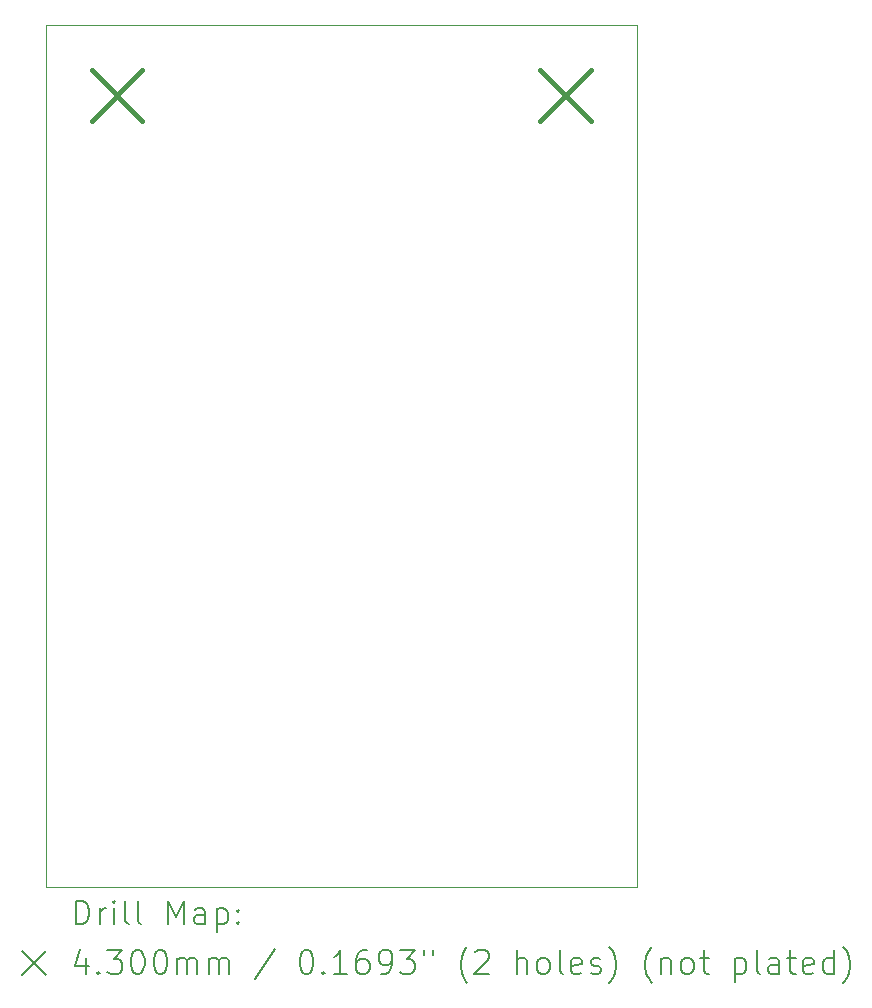
<source format=gbr>
%FSLAX45Y45*%
G04 Gerber Fmt 4.5, Leading zero omitted, Abs format (unit mm)*
G04 Created by KiCad (PCBNEW (6.0.0)) date 2025-05-03 15:15:52*
%MOMM*%
%LPD*%
G01*
G04 APERTURE LIST*
%TA.AperFunction,Profile*%
%ADD10C,0.100000*%
%TD*%
%ADD11C,0.200000*%
%ADD12C,0.430000*%
G04 APERTURE END LIST*
D10*
X20103252Y-3604343D02*
X25103252Y-3604343D01*
X25103252Y-3604343D02*
X25103252Y-10904343D01*
X25103252Y-10904343D02*
X20103252Y-10904343D01*
X20103252Y-10904343D02*
X20103252Y-3604343D01*
D11*
D12*
X20488252Y-3989343D02*
X20918252Y-4419343D01*
X20918252Y-3989343D02*
X20488252Y-4419343D01*
X24288252Y-3989343D02*
X24718252Y-4419343D01*
X24718252Y-3989343D02*
X24288252Y-4419343D01*
D11*
X20355871Y-11219819D02*
X20355871Y-11019819D01*
X20403490Y-11019819D01*
X20432062Y-11029343D01*
X20451109Y-11048390D01*
X20460633Y-11067438D01*
X20470157Y-11105533D01*
X20470157Y-11134105D01*
X20460633Y-11172200D01*
X20451109Y-11191247D01*
X20432062Y-11210295D01*
X20403490Y-11219819D01*
X20355871Y-11219819D01*
X20555871Y-11219819D02*
X20555871Y-11086486D01*
X20555871Y-11124581D02*
X20565395Y-11105533D01*
X20574919Y-11096009D01*
X20593966Y-11086486D01*
X20613014Y-11086486D01*
X20679681Y-11219819D02*
X20679681Y-11086486D01*
X20679681Y-11019819D02*
X20670157Y-11029343D01*
X20679681Y-11038867D01*
X20689204Y-11029343D01*
X20679681Y-11019819D01*
X20679681Y-11038867D01*
X20803490Y-11219819D02*
X20784442Y-11210295D01*
X20774919Y-11191247D01*
X20774919Y-11019819D01*
X20908252Y-11219819D02*
X20889204Y-11210295D01*
X20879681Y-11191247D01*
X20879681Y-11019819D01*
X21136823Y-11219819D02*
X21136823Y-11019819D01*
X21203490Y-11162676D01*
X21270157Y-11019819D01*
X21270157Y-11219819D01*
X21451109Y-11219819D02*
X21451109Y-11115057D01*
X21441585Y-11096009D01*
X21422538Y-11086486D01*
X21384442Y-11086486D01*
X21365395Y-11096009D01*
X21451109Y-11210295D02*
X21432062Y-11219819D01*
X21384442Y-11219819D01*
X21365395Y-11210295D01*
X21355871Y-11191247D01*
X21355871Y-11172200D01*
X21365395Y-11153152D01*
X21384442Y-11143629D01*
X21432062Y-11143629D01*
X21451109Y-11134105D01*
X21546347Y-11086486D02*
X21546347Y-11286486D01*
X21546347Y-11096009D02*
X21565395Y-11086486D01*
X21603490Y-11086486D01*
X21622538Y-11096009D01*
X21632062Y-11105533D01*
X21641585Y-11124581D01*
X21641585Y-11181724D01*
X21632062Y-11200771D01*
X21622538Y-11210295D01*
X21603490Y-11219819D01*
X21565395Y-11219819D01*
X21546347Y-11210295D01*
X21727300Y-11200771D02*
X21736823Y-11210295D01*
X21727300Y-11219819D01*
X21717776Y-11210295D01*
X21727300Y-11200771D01*
X21727300Y-11219819D01*
X21727300Y-11096009D02*
X21736823Y-11105533D01*
X21727300Y-11115057D01*
X21717776Y-11105533D01*
X21727300Y-11096009D01*
X21727300Y-11115057D01*
X19898252Y-11449343D02*
X20098252Y-11649343D01*
X20098252Y-11449343D02*
X19898252Y-11649343D01*
X20441585Y-11506486D02*
X20441585Y-11639819D01*
X20393966Y-11430295D02*
X20346347Y-11573152D01*
X20470157Y-11573152D01*
X20546347Y-11620771D02*
X20555871Y-11630295D01*
X20546347Y-11639819D01*
X20536823Y-11630295D01*
X20546347Y-11620771D01*
X20546347Y-11639819D01*
X20622538Y-11439819D02*
X20746347Y-11439819D01*
X20679681Y-11516009D01*
X20708252Y-11516009D01*
X20727300Y-11525533D01*
X20736823Y-11535057D01*
X20746347Y-11554105D01*
X20746347Y-11601724D01*
X20736823Y-11620771D01*
X20727300Y-11630295D01*
X20708252Y-11639819D01*
X20651109Y-11639819D01*
X20632062Y-11630295D01*
X20622538Y-11620771D01*
X20870157Y-11439819D02*
X20889204Y-11439819D01*
X20908252Y-11449343D01*
X20917776Y-11458867D01*
X20927300Y-11477914D01*
X20936823Y-11516009D01*
X20936823Y-11563628D01*
X20927300Y-11601724D01*
X20917776Y-11620771D01*
X20908252Y-11630295D01*
X20889204Y-11639819D01*
X20870157Y-11639819D01*
X20851109Y-11630295D01*
X20841585Y-11620771D01*
X20832062Y-11601724D01*
X20822538Y-11563628D01*
X20822538Y-11516009D01*
X20832062Y-11477914D01*
X20841585Y-11458867D01*
X20851109Y-11449343D01*
X20870157Y-11439819D01*
X21060633Y-11439819D02*
X21079681Y-11439819D01*
X21098728Y-11449343D01*
X21108252Y-11458867D01*
X21117776Y-11477914D01*
X21127300Y-11516009D01*
X21127300Y-11563628D01*
X21117776Y-11601724D01*
X21108252Y-11620771D01*
X21098728Y-11630295D01*
X21079681Y-11639819D01*
X21060633Y-11639819D01*
X21041585Y-11630295D01*
X21032062Y-11620771D01*
X21022538Y-11601724D01*
X21013014Y-11563628D01*
X21013014Y-11516009D01*
X21022538Y-11477914D01*
X21032062Y-11458867D01*
X21041585Y-11449343D01*
X21060633Y-11439819D01*
X21213014Y-11639819D02*
X21213014Y-11506486D01*
X21213014Y-11525533D02*
X21222538Y-11516009D01*
X21241585Y-11506486D01*
X21270157Y-11506486D01*
X21289204Y-11516009D01*
X21298728Y-11535057D01*
X21298728Y-11639819D01*
X21298728Y-11535057D02*
X21308252Y-11516009D01*
X21327300Y-11506486D01*
X21355871Y-11506486D01*
X21374919Y-11516009D01*
X21384442Y-11535057D01*
X21384442Y-11639819D01*
X21479681Y-11639819D02*
X21479681Y-11506486D01*
X21479681Y-11525533D02*
X21489204Y-11516009D01*
X21508252Y-11506486D01*
X21536823Y-11506486D01*
X21555871Y-11516009D01*
X21565395Y-11535057D01*
X21565395Y-11639819D01*
X21565395Y-11535057D02*
X21574919Y-11516009D01*
X21593966Y-11506486D01*
X21622538Y-11506486D01*
X21641585Y-11516009D01*
X21651109Y-11535057D01*
X21651109Y-11639819D01*
X22041585Y-11430295D02*
X21870157Y-11687438D01*
X22298728Y-11439819D02*
X22317776Y-11439819D01*
X22336823Y-11449343D01*
X22346347Y-11458867D01*
X22355871Y-11477914D01*
X22365395Y-11516009D01*
X22365395Y-11563628D01*
X22355871Y-11601724D01*
X22346347Y-11620771D01*
X22336823Y-11630295D01*
X22317776Y-11639819D01*
X22298728Y-11639819D01*
X22279681Y-11630295D01*
X22270157Y-11620771D01*
X22260633Y-11601724D01*
X22251109Y-11563628D01*
X22251109Y-11516009D01*
X22260633Y-11477914D01*
X22270157Y-11458867D01*
X22279681Y-11449343D01*
X22298728Y-11439819D01*
X22451109Y-11620771D02*
X22460633Y-11630295D01*
X22451109Y-11639819D01*
X22441585Y-11630295D01*
X22451109Y-11620771D01*
X22451109Y-11639819D01*
X22651109Y-11639819D02*
X22536823Y-11639819D01*
X22593966Y-11639819D02*
X22593966Y-11439819D01*
X22574919Y-11468390D01*
X22555871Y-11487438D01*
X22536823Y-11496962D01*
X22822538Y-11439819D02*
X22784442Y-11439819D01*
X22765395Y-11449343D01*
X22755871Y-11458867D01*
X22736823Y-11487438D01*
X22727300Y-11525533D01*
X22727300Y-11601724D01*
X22736823Y-11620771D01*
X22746347Y-11630295D01*
X22765395Y-11639819D01*
X22803490Y-11639819D01*
X22822538Y-11630295D01*
X22832061Y-11620771D01*
X22841585Y-11601724D01*
X22841585Y-11554105D01*
X22832061Y-11535057D01*
X22822538Y-11525533D01*
X22803490Y-11516009D01*
X22765395Y-11516009D01*
X22746347Y-11525533D01*
X22736823Y-11535057D01*
X22727300Y-11554105D01*
X22936823Y-11639819D02*
X22974919Y-11639819D01*
X22993966Y-11630295D01*
X23003490Y-11620771D01*
X23022538Y-11592200D01*
X23032061Y-11554105D01*
X23032061Y-11477914D01*
X23022538Y-11458867D01*
X23013014Y-11449343D01*
X22993966Y-11439819D01*
X22955871Y-11439819D01*
X22936823Y-11449343D01*
X22927300Y-11458867D01*
X22917776Y-11477914D01*
X22917776Y-11525533D01*
X22927300Y-11544581D01*
X22936823Y-11554105D01*
X22955871Y-11563628D01*
X22993966Y-11563628D01*
X23013014Y-11554105D01*
X23022538Y-11544581D01*
X23032061Y-11525533D01*
X23098728Y-11439819D02*
X23222538Y-11439819D01*
X23155871Y-11516009D01*
X23184442Y-11516009D01*
X23203490Y-11525533D01*
X23213014Y-11535057D01*
X23222538Y-11554105D01*
X23222538Y-11601724D01*
X23213014Y-11620771D01*
X23203490Y-11630295D01*
X23184442Y-11639819D01*
X23127300Y-11639819D01*
X23108252Y-11630295D01*
X23098728Y-11620771D01*
X23298728Y-11439819D02*
X23298728Y-11477914D01*
X23374919Y-11439819D02*
X23374919Y-11477914D01*
X23670157Y-11716009D02*
X23660633Y-11706486D01*
X23641585Y-11677914D01*
X23632061Y-11658867D01*
X23622538Y-11630295D01*
X23613014Y-11582676D01*
X23613014Y-11544581D01*
X23622538Y-11496962D01*
X23632061Y-11468390D01*
X23641585Y-11449343D01*
X23660633Y-11420771D01*
X23670157Y-11411247D01*
X23736823Y-11458867D02*
X23746347Y-11449343D01*
X23765395Y-11439819D01*
X23813014Y-11439819D01*
X23832061Y-11449343D01*
X23841585Y-11458867D01*
X23851109Y-11477914D01*
X23851109Y-11496962D01*
X23841585Y-11525533D01*
X23727300Y-11639819D01*
X23851109Y-11639819D01*
X24089204Y-11639819D02*
X24089204Y-11439819D01*
X24174919Y-11639819D02*
X24174919Y-11535057D01*
X24165395Y-11516009D01*
X24146347Y-11506486D01*
X24117776Y-11506486D01*
X24098728Y-11516009D01*
X24089204Y-11525533D01*
X24298728Y-11639819D02*
X24279680Y-11630295D01*
X24270157Y-11620771D01*
X24260633Y-11601724D01*
X24260633Y-11544581D01*
X24270157Y-11525533D01*
X24279680Y-11516009D01*
X24298728Y-11506486D01*
X24327300Y-11506486D01*
X24346347Y-11516009D01*
X24355871Y-11525533D01*
X24365395Y-11544581D01*
X24365395Y-11601724D01*
X24355871Y-11620771D01*
X24346347Y-11630295D01*
X24327300Y-11639819D01*
X24298728Y-11639819D01*
X24479680Y-11639819D02*
X24460633Y-11630295D01*
X24451109Y-11611247D01*
X24451109Y-11439819D01*
X24632061Y-11630295D02*
X24613014Y-11639819D01*
X24574919Y-11639819D01*
X24555871Y-11630295D01*
X24546347Y-11611247D01*
X24546347Y-11535057D01*
X24555871Y-11516009D01*
X24574919Y-11506486D01*
X24613014Y-11506486D01*
X24632061Y-11516009D01*
X24641585Y-11535057D01*
X24641585Y-11554105D01*
X24546347Y-11573152D01*
X24717776Y-11630295D02*
X24736823Y-11639819D01*
X24774919Y-11639819D01*
X24793966Y-11630295D01*
X24803490Y-11611247D01*
X24803490Y-11601724D01*
X24793966Y-11582676D01*
X24774919Y-11573152D01*
X24746347Y-11573152D01*
X24727300Y-11563628D01*
X24717776Y-11544581D01*
X24717776Y-11535057D01*
X24727300Y-11516009D01*
X24746347Y-11506486D01*
X24774919Y-11506486D01*
X24793966Y-11516009D01*
X24870157Y-11716009D02*
X24879680Y-11706486D01*
X24898728Y-11677914D01*
X24908252Y-11658867D01*
X24917776Y-11630295D01*
X24927300Y-11582676D01*
X24927300Y-11544581D01*
X24917776Y-11496962D01*
X24908252Y-11468390D01*
X24898728Y-11449343D01*
X24879680Y-11420771D01*
X24870157Y-11411247D01*
X25232061Y-11716009D02*
X25222538Y-11706486D01*
X25203490Y-11677914D01*
X25193966Y-11658867D01*
X25184442Y-11630295D01*
X25174919Y-11582676D01*
X25174919Y-11544581D01*
X25184442Y-11496962D01*
X25193966Y-11468390D01*
X25203490Y-11449343D01*
X25222538Y-11420771D01*
X25232061Y-11411247D01*
X25308252Y-11506486D02*
X25308252Y-11639819D01*
X25308252Y-11525533D02*
X25317776Y-11516009D01*
X25336823Y-11506486D01*
X25365395Y-11506486D01*
X25384442Y-11516009D01*
X25393966Y-11535057D01*
X25393966Y-11639819D01*
X25517776Y-11639819D02*
X25498728Y-11630295D01*
X25489204Y-11620771D01*
X25479680Y-11601724D01*
X25479680Y-11544581D01*
X25489204Y-11525533D01*
X25498728Y-11516009D01*
X25517776Y-11506486D01*
X25546347Y-11506486D01*
X25565395Y-11516009D01*
X25574919Y-11525533D01*
X25584442Y-11544581D01*
X25584442Y-11601724D01*
X25574919Y-11620771D01*
X25565395Y-11630295D01*
X25546347Y-11639819D01*
X25517776Y-11639819D01*
X25641585Y-11506486D02*
X25717776Y-11506486D01*
X25670157Y-11439819D02*
X25670157Y-11611247D01*
X25679680Y-11630295D01*
X25698728Y-11639819D01*
X25717776Y-11639819D01*
X25936823Y-11506486D02*
X25936823Y-11706486D01*
X25936823Y-11516009D02*
X25955871Y-11506486D01*
X25993966Y-11506486D01*
X26013014Y-11516009D01*
X26022538Y-11525533D01*
X26032061Y-11544581D01*
X26032061Y-11601724D01*
X26022538Y-11620771D01*
X26013014Y-11630295D01*
X25993966Y-11639819D01*
X25955871Y-11639819D01*
X25936823Y-11630295D01*
X26146347Y-11639819D02*
X26127300Y-11630295D01*
X26117776Y-11611247D01*
X26117776Y-11439819D01*
X26308252Y-11639819D02*
X26308252Y-11535057D01*
X26298728Y-11516009D01*
X26279680Y-11506486D01*
X26241585Y-11506486D01*
X26222538Y-11516009D01*
X26308252Y-11630295D02*
X26289204Y-11639819D01*
X26241585Y-11639819D01*
X26222538Y-11630295D01*
X26213014Y-11611247D01*
X26213014Y-11592200D01*
X26222538Y-11573152D01*
X26241585Y-11563628D01*
X26289204Y-11563628D01*
X26308252Y-11554105D01*
X26374919Y-11506486D02*
X26451109Y-11506486D01*
X26403490Y-11439819D02*
X26403490Y-11611247D01*
X26413014Y-11630295D01*
X26432061Y-11639819D01*
X26451109Y-11639819D01*
X26593966Y-11630295D02*
X26574919Y-11639819D01*
X26536823Y-11639819D01*
X26517776Y-11630295D01*
X26508252Y-11611247D01*
X26508252Y-11535057D01*
X26517776Y-11516009D01*
X26536823Y-11506486D01*
X26574919Y-11506486D01*
X26593966Y-11516009D01*
X26603490Y-11535057D01*
X26603490Y-11554105D01*
X26508252Y-11573152D01*
X26774919Y-11639819D02*
X26774919Y-11439819D01*
X26774919Y-11630295D02*
X26755871Y-11639819D01*
X26717776Y-11639819D01*
X26698728Y-11630295D01*
X26689204Y-11620771D01*
X26679680Y-11601724D01*
X26679680Y-11544581D01*
X26689204Y-11525533D01*
X26698728Y-11516009D01*
X26717776Y-11506486D01*
X26755871Y-11506486D01*
X26774919Y-11516009D01*
X26851109Y-11716009D02*
X26860633Y-11706486D01*
X26879680Y-11677914D01*
X26889204Y-11658867D01*
X26898728Y-11630295D01*
X26908252Y-11582676D01*
X26908252Y-11544581D01*
X26898728Y-11496962D01*
X26889204Y-11468390D01*
X26879680Y-11449343D01*
X26860633Y-11420771D01*
X26851109Y-11411247D01*
M02*

</source>
